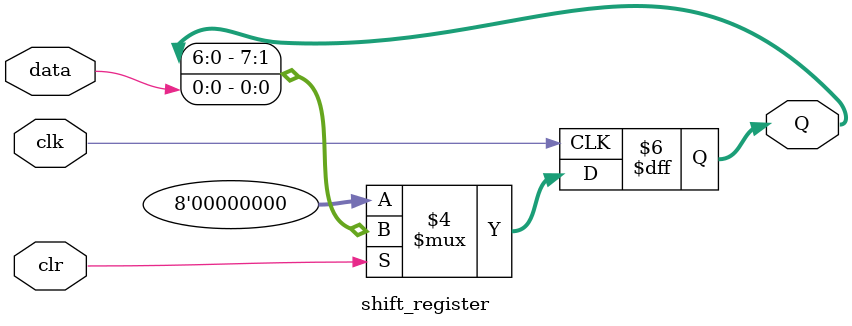
<source format=v>
`timescale 1ns / 1ps


module shift_register(
    input clk,data,clr,
    output reg [7:0] Q
    );

always @(posedge clk)
    if(clr==0) Q <= 8'b0;
    else Q <= {Q[6:0],data};

endmodule

</source>
